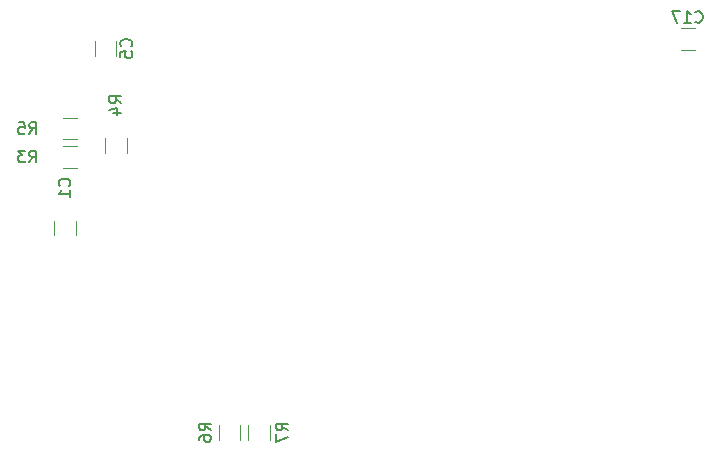
<source format=gbr>
%TF.GenerationSoftware,KiCad,Pcbnew,(5.1.6)-1*%
%TF.CreationDate,2020-05-30T13:08:14+03:00*%
%TF.ProjectId,stm32f334_1S_charger,73746d33-3266-4333-9334-5f31535f6368,rev?*%
%TF.SameCoordinates,Original*%
%TF.FileFunction,Legend,Bot*%
%TF.FilePolarity,Positive*%
%FSLAX46Y46*%
G04 Gerber Fmt 4.6, Leading zero omitted, Abs format (unit mm)*
G04 Created by KiCad (PCBNEW (5.1.6)-1) date 2020-05-30 13:08:14*
%MOMM*%
%LPD*%
G01*
G04 APERTURE LIST*
%ADD10C,0.120000*%
%ADD11C,0.150000*%
G04 APERTURE END LIST*
D10*
%TO.C,C1*%
X22790000Y-39510436D02*
X22790000Y-40714564D01*
X24610000Y-39510436D02*
X24610000Y-40714564D01*
%TO.C,C5*%
X28010000Y-25502064D02*
X28010000Y-24297936D01*
X26190000Y-25502064D02*
X26190000Y-24297936D01*
%TO.C,C17*%
X77014564Y-23190000D02*
X75810436Y-23190000D01*
X77014564Y-25010000D02*
X75810436Y-25010000D01*
%TO.C,R3*%
X23510436Y-33190000D02*
X24714564Y-33190000D01*
X23510436Y-35010000D02*
X24714564Y-35010000D01*
%TO.C,R4*%
X28910000Y-33714564D02*
X28910000Y-32510436D01*
X27090000Y-33714564D02*
X27090000Y-32510436D01*
%TO.C,R5*%
X24702064Y-32610000D02*
X23497936Y-32610000D01*
X24702064Y-30790000D02*
X23497936Y-30790000D01*
%TO.C,R6*%
X38510000Y-58014564D02*
X38510000Y-56810436D01*
X36690000Y-58014564D02*
X36690000Y-56810436D01*
%TO.C,R7*%
X39190000Y-58014564D02*
X39190000Y-56810436D01*
X41010000Y-58014564D02*
X41010000Y-56810436D01*
%TO.C,C1*%
D11*
X24057142Y-36533333D02*
X24104761Y-36485714D01*
X24152380Y-36342857D01*
X24152380Y-36247619D01*
X24104761Y-36104761D01*
X24009523Y-36009523D01*
X23914285Y-35961904D01*
X23723809Y-35914285D01*
X23580952Y-35914285D01*
X23390476Y-35961904D01*
X23295238Y-36009523D01*
X23200000Y-36104761D01*
X23152380Y-36247619D01*
X23152380Y-36342857D01*
X23200000Y-36485714D01*
X23247619Y-36533333D01*
X24152380Y-37485714D02*
X24152380Y-36914285D01*
X24152380Y-37200000D02*
X23152380Y-37200000D01*
X23295238Y-37104761D01*
X23390476Y-37009523D01*
X23438095Y-36914285D01*
%TO.C,C5*%
X29277142Y-24733333D02*
X29324761Y-24685714D01*
X29372380Y-24542857D01*
X29372380Y-24447619D01*
X29324761Y-24304761D01*
X29229523Y-24209523D01*
X29134285Y-24161904D01*
X28943809Y-24114285D01*
X28800952Y-24114285D01*
X28610476Y-24161904D01*
X28515238Y-24209523D01*
X28420000Y-24304761D01*
X28372380Y-24447619D01*
X28372380Y-24542857D01*
X28420000Y-24685714D01*
X28467619Y-24733333D01*
X28372380Y-25638095D02*
X28372380Y-25161904D01*
X28848571Y-25114285D01*
X28800952Y-25161904D01*
X28753333Y-25257142D01*
X28753333Y-25495238D01*
X28800952Y-25590476D01*
X28848571Y-25638095D01*
X28943809Y-25685714D01*
X29181904Y-25685714D01*
X29277142Y-25638095D01*
X29324761Y-25590476D01*
X29372380Y-25495238D01*
X29372380Y-25257142D01*
X29324761Y-25161904D01*
X29277142Y-25114285D01*
%TO.C,C17*%
X77055357Y-22637142D02*
X77102976Y-22684761D01*
X77245833Y-22732380D01*
X77341071Y-22732380D01*
X77483928Y-22684761D01*
X77579166Y-22589523D01*
X77626785Y-22494285D01*
X77674404Y-22303809D01*
X77674404Y-22160952D01*
X77626785Y-21970476D01*
X77579166Y-21875238D01*
X77483928Y-21780000D01*
X77341071Y-21732380D01*
X77245833Y-21732380D01*
X77102976Y-21780000D01*
X77055357Y-21827619D01*
X76102976Y-22732380D02*
X76674404Y-22732380D01*
X76388690Y-22732380D02*
X76388690Y-21732380D01*
X76483928Y-21875238D01*
X76579166Y-21970476D01*
X76674404Y-22018095D01*
X75769642Y-21732380D02*
X75102976Y-21732380D01*
X75531547Y-22732380D01*
%TO.C,R3*%
X20666666Y-34552380D02*
X21000000Y-34076190D01*
X21238095Y-34552380D02*
X21238095Y-33552380D01*
X20857142Y-33552380D01*
X20761904Y-33600000D01*
X20714285Y-33647619D01*
X20666666Y-33742857D01*
X20666666Y-33885714D01*
X20714285Y-33980952D01*
X20761904Y-34028571D01*
X20857142Y-34076190D01*
X21238095Y-34076190D01*
X20333333Y-33552380D02*
X19714285Y-33552380D01*
X20047619Y-33933333D01*
X19904761Y-33933333D01*
X19809523Y-33980952D01*
X19761904Y-34028571D01*
X19714285Y-34123809D01*
X19714285Y-34361904D01*
X19761904Y-34457142D01*
X19809523Y-34504761D01*
X19904761Y-34552380D01*
X20190476Y-34552380D01*
X20285714Y-34504761D01*
X20333333Y-34457142D01*
%TO.C,R4*%
X28452380Y-29533333D02*
X27976190Y-29200000D01*
X28452380Y-28961904D02*
X27452380Y-28961904D01*
X27452380Y-29342857D01*
X27500000Y-29438095D01*
X27547619Y-29485714D01*
X27642857Y-29533333D01*
X27785714Y-29533333D01*
X27880952Y-29485714D01*
X27928571Y-29438095D01*
X27976190Y-29342857D01*
X27976190Y-28961904D01*
X27785714Y-30390476D02*
X28452380Y-30390476D01*
X27404761Y-30152380D02*
X28119047Y-29914285D01*
X28119047Y-30533333D01*
%TO.C,R5*%
X20666666Y-32152380D02*
X21000000Y-31676190D01*
X21238095Y-32152380D02*
X21238095Y-31152380D01*
X20857142Y-31152380D01*
X20761904Y-31200000D01*
X20714285Y-31247619D01*
X20666666Y-31342857D01*
X20666666Y-31485714D01*
X20714285Y-31580952D01*
X20761904Y-31628571D01*
X20857142Y-31676190D01*
X21238095Y-31676190D01*
X19761904Y-31152380D02*
X20238095Y-31152380D01*
X20285714Y-31628571D01*
X20238095Y-31580952D01*
X20142857Y-31533333D01*
X19904761Y-31533333D01*
X19809523Y-31580952D01*
X19761904Y-31628571D01*
X19714285Y-31723809D01*
X19714285Y-31961904D01*
X19761904Y-32057142D01*
X19809523Y-32104761D01*
X19904761Y-32152380D01*
X20142857Y-32152380D01*
X20238095Y-32104761D01*
X20285714Y-32057142D01*
%TO.C,R6*%
X36052380Y-57233333D02*
X35576190Y-56900000D01*
X36052380Y-56661904D02*
X35052380Y-56661904D01*
X35052380Y-57042857D01*
X35100000Y-57138095D01*
X35147619Y-57185714D01*
X35242857Y-57233333D01*
X35385714Y-57233333D01*
X35480952Y-57185714D01*
X35528571Y-57138095D01*
X35576190Y-57042857D01*
X35576190Y-56661904D01*
X35052380Y-58090476D02*
X35052380Y-57900000D01*
X35100000Y-57804761D01*
X35147619Y-57757142D01*
X35290476Y-57661904D01*
X35480952Y-57614285D01*
X35861904Y-57614285D01*
X35957142Y-57661904D01*
X36004761Y-57709523D01*
X36052380Y-57804761D01*
X36052380Y-57995238D01*
X36004761Y-58090476D01*
X35957142Y-58138095D01*
X35861904Y-58185714D01*
X35623809Y-58185714D01*
X35528571Y-58138095D01*
X35480952Y-58090476D01*
X35433333Y-57995238D01*
X35433333Y-57804761D01*
X35480952Y-57709523D01*
X35528571Y-57661904D01*
X35623809Y-57614285D01*
%TO.C,R7*%
X42552380Y-57245833D02*
X42076190Y-56912500D01*
X42552380Y-56674404D02*
X41552380Y-56674404D01*
X41552380Y-57055357D01*
X41600000Y-57150595D01*
X41647619Y-57198214D01*
X41742857Y-57245833D01*
X41885714Y-57245833D01*
X41980952Y-57198214D01*
X42028571Y-57150595D01*
X42076190Y-57055357D01*
X42076190Y-56674404D01*
X41552380Y-57579166D02*
X41552380Y-58245833D01*
X42552380Y-57817261D01*
%TD*%
M02*

</source>
